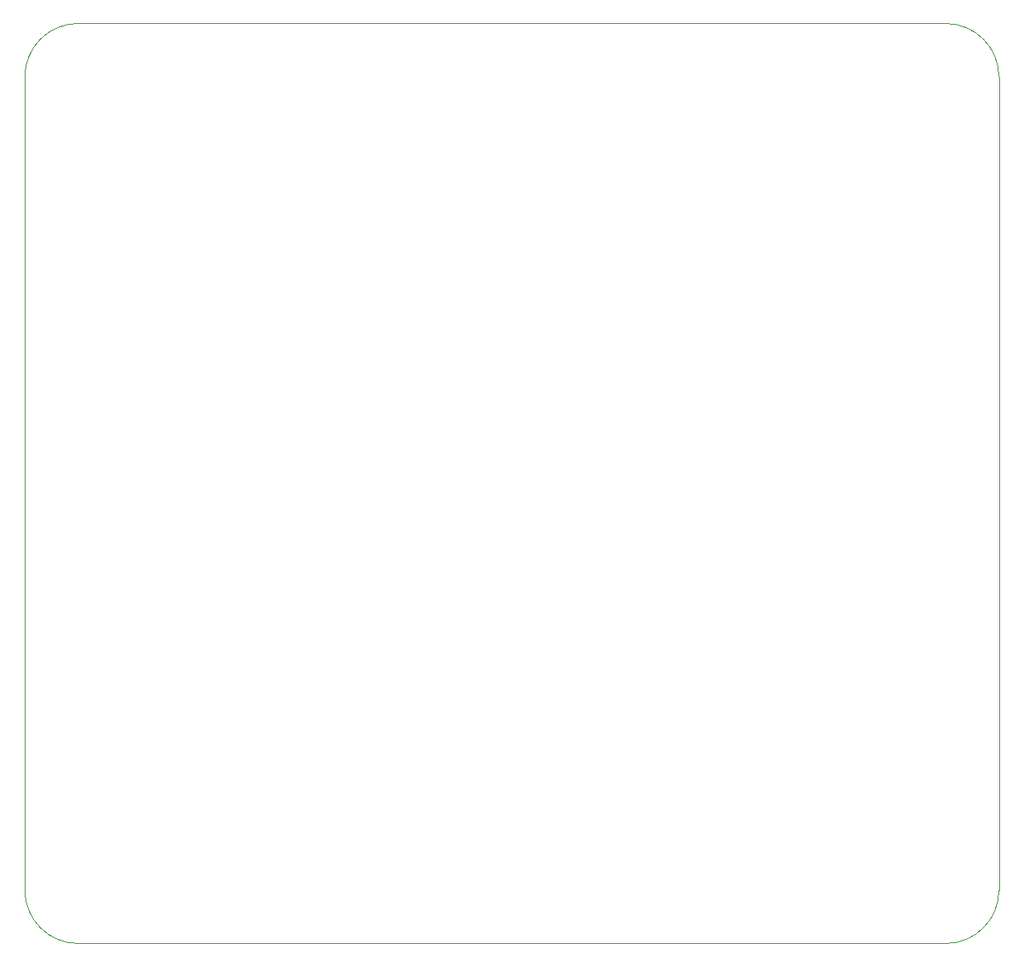
<source format=gbr>
G04 #@! TF.GenerationSoftware,KiCad,Pcbnew,(5.1.0)-1*
G04 #@! TF.CreationDate,2019-05-13T21:51:13+03:00*
G04 #@! TF.ProjectId,OF_link_CATV_tester-Aleksejsm,4f465f6c-696e-46b5-9f43-4154565f7465,rev?*
G04 #@! TF.SameCoordinates,Original*
G04 #@! TF.FileFunction,Profile,NP*
%FSLAX46Y46*%
G04 Gerber Fmt 4.6, Leading zero omitted, Abs format (unit mm)*
G04 Created by KiCad (PCBNEW (5.1.0)-1) date 2019-05-13 21:51:13*
%MOMM*%
%LPD*%
G04 APERTURE LIST*
%ADD10C,0.100000*%
G04 APERTURE END LIST*
D10*
X72263000Y-82931000D02*
G75*
G02X77724000Y-77470000I5461000J0D01*
G01*
X166751000Y-77470000D02*
G75*
G02X172212000Y-82931000I0J-5461000D01*
G01*
X172212000Y-166497000D02*
G75*
G02X166751000Y-171958000I-5461000J0D01*
G01*
X77724000Y-171958000D02*
G75*
G02X72263000Y-166497000I0J5461000D01*
G01*
X77724000Y-171958000D02*
X166751000Y-171958000D01*
X72263000Y-82931000D02*
X72263000Y-166497000D01*
X166751000Y-77470000D02*
X77724000Y-77470000D01*
X172212000Y-166497000D02*
X172212000Y-82931000D01*
M02*

</source>
